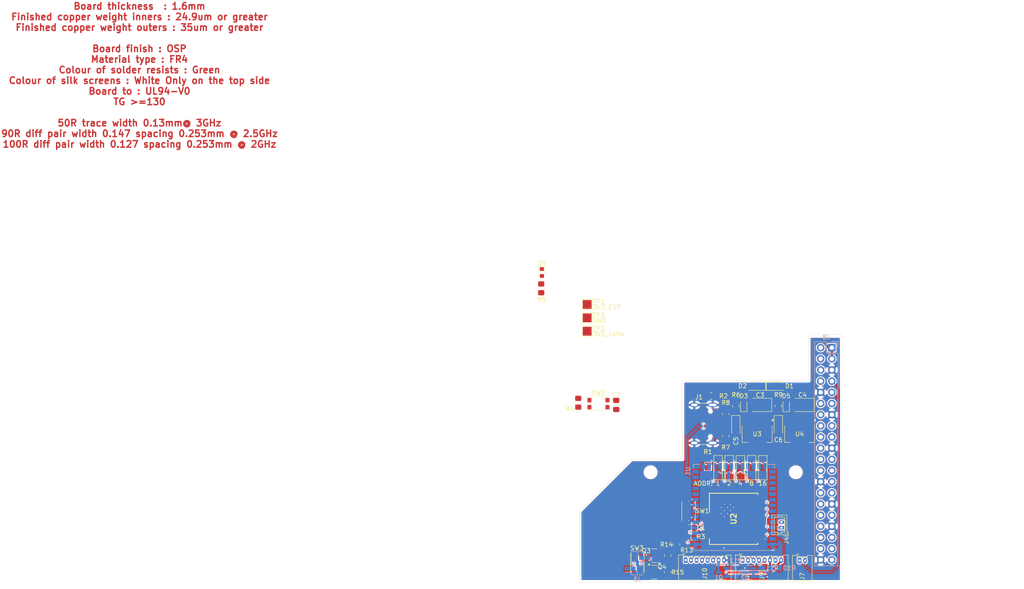
<source format=kicad_pcb>
(kicad_pcb (version 20241229) (generator "pcbnew") (generator_version "9.0")
  (layers (0 "F.Cu" signal) (2 "B.Cu" signal) (13 "F.Paste" user) (15 "B.Paste" user) (5 "F.SilkS" user "F.Silkscreen") (7 "B.SilkS" user "B.Silkscreen") (1 "F.Mask" user) (3 "B.Mask" user) (25 "Edge.Cuts" user))
  (net 0 "")
  (net 1 "GND")
  (net 2 "/VIN")
  (net 5 "/Comm/ENABLE")
  (net 6 "/Comm/BOOT_MODE")
  (net 7 "/+3.3v_ESP")
  (net 8 "/+3.3v_LoRa")
  (net 9 "/+5v_USB")
  (net 11 "/ESP_USB2_N")
  (net 13 "/ESP_USB2_P")
  (net 14 "/GPIO22")
  (net 15 "/GPIO3")
  (net 16 "/GPIO23")
  (net 17 "/GPIO17")
  (net 18 "/GPIO16")
  (net 19 "/GPIO8")
  (net 20 "/GPIO27")
  (net 21 "/GPIO19")
  (net 22 "/GPIO10")
  (net 23 "/GPIO7")
  (net 24 "/GPIO4")
  (net 25 "/GPIO11")
  (net 26 "/GPIO25")
  (net 27 "/GPIO2")
  (net 28 "/GPIO12")
  (net 29 "/GPIO20")
  (net 30 "/GPIO21")
  (net 31 "/GPIO24")
  (net 32 "/GPIO13")
  (net 33 "/GPIO9")
  (net 34 "/GPIO26")
  (net 35 "/GPIO5")
  (net 36 "/GPIO18")
  (net 37 "/GPIO6")
  (net 38 "/Comm/ADDR1")
  (net 39 "/Comm/ADDR_HIGH")
  (net 40 "/Comm/ADDR2")
  (net 41 "/Comm/ADDR4")
  (net 42 "/Comm/ADDR8")
  (net 43 "/Comm/ADDR16")
  (net 46 "/Comm/LORA_SPI_MOSI")
  (net 47 "/Comm/LORA_BUSY")
  (net 50 "/Comm/LORA_SPI_MISO")
  (net 54 "/Comm/LORA_SPI_CLK")
  (net 55 "/Comm/LORA_SPI_CS")
  (net 57 "/Comm/LORA_DIO1")
  (net 61 "/Comm/LORA_RF_SW")
  (net 62 "/Comm/LORA_RESET")
  (net 64 "/+5v_RPi")
  (net 65 "/PSU_VIN")
  (net 66 "Net-(D3-A)")
  (net 67 "Net-(D4-A)")
  (net 68 "Net-(J1-CC1)")
  (net 69 "Net-(J1-CC2)")
  (net 70 "Net-(D5-A)")
  (net 71 "/Comm/LED_ACT")
  (net 74 "/PSU_CTL_EN")
  (net 75 "/GPIO15_UART_RX")
  (net 76 "/GPIO14_UART_TX")
  (net 77 "/VBUS_ESC")
  (net 78 "/Dshot600_M4")
  (net 79 "/Dshot600_M3")
  (net 80 "/Dshot600_R7")
  (net 81 "/Dshot600_CURR")
  (net 82 "/Dshot600_M2")
  (net 83 "/Dshot600_M1")
  (net 84 "/VBUS_FC")
  (net 85 "Net-(Q1-G)")
  (net 86 "Net-(Q2-B)")
  (net 87 "Net-(Q3-C)")
  (net 88 "Net-(Q3-B)")
  (net 89 "/Comm/KILLSWITCH_FC_CTL")
  (net 90 "/Comm/KILLSWITCH_PSU_CTL")
  (net 91 "Net-(J4-Pin_1)")
  (net 92 "Net-(J4-Pin_2)")
  (footprint "Connector_USB:USB_C_Receptacle_GCT_USB4105-xx-A_16P_TopMnt_Horizontal" (layer "F.Cu") (at 173.4894 110.5102 -90)
    (property "Reference" "J1")
    (property "Value" "USB_C_Receptacle_USB2.0")
  )
  (footprint "Resistor_SMD:R_0805_2012Metric_Pad1.20x1.40mm_HandSolder" (layer "F.Cu") (at 168.4094 137.9422 -90)
    (property "Reference" "R13")
    (property "Value" "1K")
  )
  (footprint "Connector_Molex:Molex_PicoBlade_53047-0210_1x02_P1.25mm_Vertical" (layer "F.Cu") (at 192.2324 134.1022 90)
    (property "Reference" "J4")
    (property "Value" "J_ESP_DBG_UART")
  )
  (footprint "Resistor_SMD:R_0805_2012Metric_Pad1.20x1.40mm_HandSolder" (layer "F.Cu") (at 166.3774 140.4322 90)
    (property "Reference" "R14")
    (property "Value" "10K")
  )
  (footprint "Resistor_SMD:R_0805_2012Metric_Pad1.20x1.40mm_HandSolder" (layer "F.Cu") (at 166.3774 144.234 90)
    (property "Reference" "R15")
    (property "Value" "1K")
  )
  (footprint "CM5IO_top:Wio-SX1262" (layer "F.Cu") (at 181.3634 132.1002 90)
    (property "Reference" "U2")
    (property "Value" "Wio-SX1262" (hide yes))
  )
  (footprint "Jumper:SolderJumper-3_P2.0mm_Open_TrianglePad1.0x1.5mm" (layer "F.Cu") (at 182.8874 120.4482 -90)
    (property "Reference" "JP3" (hide yes))
    (property "Value" "ADDR4")
  )
  (footprint "Resistor_SMD:R_0805_2012Metric_Pad1.20x1.40mm_HandSolder" (layer "F.Cu") (at 181.8854 106.4622 90)
    (property "Reference" "R6")
    (property "Value" "1K")
  )
  (footprint "LED_SMD:LED_0603_1608Metric" (layer "F.Cu") (at 193.3154 106.2337 90)
    (property "Reference" "D5")
    (property "Value" "LED Red")
  )
  (footprint "Package_TO_SOT_SMD:SOT-23" (layer "F.Cu") (at 163.3294 144.234)
    (property "Reference" "Q4")
    (property "Value" "AO3401A")
  )
  (footprint "TestPoint:TestPoint_Pad_2.0x2.0mm" (layer "F.Cu") (at 148.0894 86.3802)
    (property "Reference" "TP3")
    (property "Value" "GND")
  )
  (footprint "Resistor_SMD:R_0805_2012Metric_Pad1.20x1.40mm_HandSolder" (layer "F.Cu") (at 179.5854 108.2602 -90)
    (property "Reference" "R8")
    (property "Value" "5.1K 1%")
  )
  (footprint "Connector_Molex:Molex_PicoBlade_53048-0210_1x02_P1.25mm_Horizontal" (layer "F.Cu") (at 196.3464 141.5762)
    (property "Reference" "J7")
    (property "Value" "J_FC_UART")
  )
  (footprint "Resistor_SMD:R_0805_2012Metric_Pad1.20x1.40mm_HandSolder" (layer "F.Cu") (at 146.0574 105.6842 -90)
    (property "Reference" "R4")
    (property "Value" "1K")
  )
  (footprint "Package_TO_SOT_SMD:SOT-23" (layer "F.Cu") (at 163.3294 140.4822 180)
    (property "Reference" "Q3")
    (property "Value" "Q_NPN_BEC")
  )
  (footprint "Diode_SMD:D_SOD-123F" (layer "F.Cu") (at 186.4434 101.8742 180)
    (property "Reference" "D2")
    (property "Value" "MBR1020VL")
  )
  (footprint "Capacitor_Tantalum_SMD:CP_EIA-3216-18_Kemet-A_HandSolder" (layer "F.Cu") (at 181.8854 111.0862 -90)
    (property "Reference" "C5")
    (property "Value" "4.7uF 6.3v")
  )
  (footprint "Resistor_SMD:R_0805_2012Metric_Pad1.20x1.40mm_HandSolder" (layer "F.Cu") (at 171.380506 136.1642)
    (property "Reference" "R3")
    (property "Value" "1K")
  )
  (footprint "Connector_Molex:Molex_PicoBlade_53048-0810_1x08_P1.25mm_Horizontal" (layer "F.Cu") (at 170.4414 141.4982)
    (property "Reference" "J10")
    (property "Value" "J_DShot600_FC")
  )
  (footprint "LED_SMD:LED_0603_1608Metric" (layer "F.Cu") (at 137.7944 76.0642 -90)
    (property "Reference" "D4")
    (property "Value" "LED Green")
  )
  (footprint "Capacitor_Tantalum_SMD:CP_EIA-3528-21_Kemet-B_HandSolder" (layer "F.Cu") (at 187.3839 106.1922 180)
    (property "Reference" "C3")
    (property "Value" "4.7uF 25v")
  )
  (footprint "Capacitor_Tantalum_SMD:CP_EIA-3528-21_Kemet-B_HandSolder" (layer "F.Cu") (at 197.0359 106.1922 180)
    (property "Reference" "C4")
    (property "Value" "4.7uF 25v")
  )
  (footprint "Button_Switch_SMD:SW_Push_1P1T_NO_CK_KMR2" (layer "F.Cu") (at 171.143006 130.3222 90)
    (property "Reference" "SW1")
    (property "Value" "SW_RESET")
  )
  (footprint "Package_TO_SOT_SMD:SOT-223-3_TabPin2" (layer "F.Cu") (at 186.7114 112.7962 -90)
    (property "Reference" "U3")
    (property "Value" "AP7361C-33E")
  )
  (footprint "Jumper:SolderJumper-3_P2.0mm_Open_TrianglePad1.0x1.5mm" (layer "F.Cu") (at 185.4274 120.4482 -90)
    (property "Reference" "JP4" (hide yes))
    (property "Value" "ADDR8")
  )
  (footprint "Resistor_SMD:R_0805_2012Metric_Pad1.20x1.40mm_HandSolder" (layer "F.Cu") (at 179.5854 113.2602 90)
    (property "Reference" "R7")
    (property "Value" "5.1K 1%")
  )
  (footprint "Resistor_SMD:R_0805_2012Metric_Pad1.20x1.40mm_HandSolder" (layer "F.Cu") (at 175.5214 119.4482 90)
    (property "Reference" "R1")
    (property "Value" "1K")
  )
  (footprint "Jumper:SolderJumper-3_P2.0mm_Open_TrianglePad1.0x1.5mm" (layer "F.Cu") (at 187.9674 120.4482 -90)
    (property "Reference" "JP5" (hide yes))
    (property "Value" "ADDR16")
  )
  (footprint "Capacitor_SMD:C_0805_2012Metric_Pad1.18x1.45mm_HandSolder" (layer "F.Cu") (at 154.6934 106.1922 -90)
    (property "Reference" "C2")
    (property "Value" "470nF")
  )
  (footprint "Diode_SMD:D_SOD-123F" (layer "F.Cu") (at 191.0154 101.8742)
    (property "Reference" "D1")
    (property "Value" "MBR1020VL")
  )
  (footprint "Button_Switch_SMD:SW_Push_1P1T_NO_CK_KMR2" (layer "F.Cu") (at 150.6474 105.9002)
    (property "Reference" "SW2")
    (property "Value" "SW_BOOT")
  )
  (footprint "Capacitor_Tantalum_SMD:CP_EIA-3216-18_Kemet-A_HandSolder" (layer "F.Cu") (at 191.5374 111.0862 -90)
    (property "Reference" "C6")
    (property "Value" "4.7uF 6.3v")
  )
  (footprint "Resistor_SMD:R_0805_2012Metric_Pad1.20x1.40mm_HandSolder" (layer "F.Cu") (at 176.2674 104.1602 180)
    (property "Reference" "R2")
    (property "Value" "2.2K 1%")
  )
  (footprint "Package_TO_SOT_SMD:SOT-223-3_TabPin2" (layer "F.Cu") (at 196.3634 112.7962 -90)
    (property "Reference" "U4")
    (property "Value" "AP7361C-33E")
  )
  (footprint "LED_SMD:LED_0603_1608Metric" (layer "F.Cu") (at 183.6634 106.2497 90)
    (property "Reference" "D3")
    (property "Value" "LED Red")
  )
  (footprint "Jumper:SolderJumper-3_P2.0mm_Open_TrianglePad1.0x1.5mm" (layer "F.Cu") (at 177.8074 120.4482 -90)
    (property "Reference" "JP1" (hide yes))
    (property "Value" "ADDR1")
  )
  (footprint "Resistor_SMD:R_0805_2012Metric_Pad1.20x1.40mm_HandSolder" (layer "F.Cu") (at 191.5374 106.4462 90)
    (property "Reference" "R9")
    (property "Value" "1K")
  )
  (footprint "MountingHole:MountingHole_2.7mm_M2.5_DIN965" (layer "F.Cu") (at 162.5 121.5)
    (property "Reference" "H2" (hide yes))
    (property "Value" "MountingHole")
  )
  (footprint "Button_Switch_SMD:SW_Push_1P1T_NO_CK_KMR2" (layer "F.Cu") (at 159.494 142.184 -90)
    (property "Reference" "SW3")
    (property "Value" "FORCE_PWR")
  )
  (footprint "MountingHole:MountingHole_2.7mm_M2.5_DIN965" (layer "F.Cu") (at 195.5 121.5)
    (property "Reference" "H1" (hide yes))
    (property "Value" "MountingHole")
  )
  (footprint "TestPoint:TestPoint_Pad_2.0x2.0mm" (layer "F.Cu") (at 148.0894 89.4282)
    (property "Reference" "TP2")
    (property "Value" "3V3_LORA")
  )
  (footprint "CM5IO:Raspberry-Pi-5-Compute-Module" (layer "F.Cu") (at 195.5 73.5 180)
    (property "Reference" "Module1" (hide yes))
    (property "Value" "ComputeModule5-CM5")
  )
  (footprint "Jumper:SolderJumper-3_P2.0mm_Open_TrianglePad1.0x1.5mm" (layer "F.Cu") (at 180.3474 120.4482 -90)
    (property "Reference" "JP2" (hide yes))
    (property "Value" "ADDR2")
  )
  (footprint "Connector_Molex:Molex_PicoBlade_53048-0810_1x08_P1.25mm_Horizontal" (layer "F.Cu") (at 183.3954 141.4982)
    (property "Reference" "J9")
    (property "Value" "J_DShot600_ESC")
  )
  (footprint "Capacitor_SMD:C_0805_2012Metric_Pad1.18x1.45mm_HandSolder" (layer "F.Cu") (at 171.380506 134.1322)
    (property "Reference" "C1")
    (property "Value" "470nF")
  )
  (footprint "TestPoint:TestPoint_Pad_2.0x2.0mm" (layer "F.Cu") (at 148.0894 83.3322)
    (property "Reference" "TP1")
    (property "Value" "3V3_ESP")
  )
  (footprint "Resistor_SMD:R_0805_2012Metric_Pad1.20x1.40mm_HandSolder" (layer "F.Cu") (at 137.6374 79.6702 90)
    (property "Reference" "R5")
    (property "Value" "1K")
  )
  (footprint "Resistor_SMD:R_0805_2012Metric_Pad1.20x1.40mm_HandSolder" (layer "B.Cu") (at 190.7454 143.2922 180)
    (property "Reference" "R10")
    (property "Value" "1K")
  )
  (footprint "Resistor_SMD:R_0805_2012Metric_Pad1.20x1.40mm_HandSolder" (layer "B.Cu") (at 187.7919 144.2922 -90)
    (property "Reference" "R11")
    (property "Value" "10K")
  )
  (footprint "Connector_PinHeader_2.54mm:PinHeader_1x02_P2.54mm_Vertical_SMD_Pin1Left" (layer "B.Cu") (at 159.494 142.184)
    (property "Reference" "J3")
    (property "Value" "J_PSU_EN")
  )
  (footprint "Connector_PinHeader_2.54mm:PinHeader_2x20_P2.54mm_Vertical" (layer "B.Cu") (at 203.69 93.162 180)
    (property "Reference" "J8")
    (property "Value" "THD-20-R")
  )
  (footprint "Resistor_SMD:R_0805_2012Metric_Pad1.20x1.40mm_HandSolder" (layer "B.Cu") (at 181.8714 144.2922 90)
    (property "Reference" "R12")
    (property "Value" "1K")
  )
  (footprint "RF_Module:ESP32-S3-WROOM-1U" (layer "B.Cu") (at 181.467794 129.5022)
    (property "Reference" "U1")
    (property "Value" "ESP32-S3-WROOM-1")
  )
  (footprint "Package_TO_SOT_SMD:SOT-23" (layer "B.Cu") (at 178.8789 144.2922 180)
    (property "Reference" "Q1")
    (property "Value" "AO3401A")
  )
  (footprint "Package_TO_SOT_SMD:SOT-23" (layer "B.Cu") (at 184.9194 144.2922 180)
    (property "Reference" "Q2")
    (property "Value" "Q_NPN_BEC")
  )
  (gr_poly (pts (xy 205.976 146.5086) (xy 146.285986 146.5086) (xy 146.285991 130.369202) (xy 158.143996 118.5112) (xy 169.6794 118.5112) (xy 169.6794 100.6042) (xy 198.3814 100.6042) (xy 198.3814 90.1902) (xy 205.974822 90.1902)) (stroke (width 0.05)) (fill no) (layer "Edge.Cuts"))
  (gr_text "Board thickness  : 1.6mm\nFinished copper weight inners : 24.9um or greater\nFinished copper weight outers : 35um or greater\n\nBoard finish : OSP\nMaterial type : FR4\nColour of solder resists : Green\nColour of silk screens : White Only on the top side\nBoard to : UL94-V0\nTG >=130\n\n50R trace width 0.13mm@ 3GHz\n90R diff pair width 0.147 spacing 0.253mm @ 2.5GHz\n100R diff pair width 0.127 spacing 0.253mm @ 2GHz" (at 46.337 31.186 0) (layer "F.Cu") (effects (font (size 1.5 1.5) (thickness 0.3))))
  (gr_text "3V3_LoRa\n\n" (at 149.2894 92.2222 0) (layer "F.SilkS") (effects (font (size 1 1)) (justify left bottom)))
  (gr_text "8" (at 185.4374 123.4482 0) (layer "F.SilkS") (effects (font (size 1 1)) (justify top)))
  (gr_text "3V3_ESP\n" (at 149.2894 84.5322 0) (layer "F.SilkS") (effects (font (size 1 1)) (justify left bottom)))
  (gr_text "16" (at 187.9774 123.4482 0) (layer "F.SilkS") (effects (font (size 1 1)) (justify top)))
  (gr_text "1" (at 177.8174 123.4482 0) (layer "F.SilkS") (effects (font (size 1 1)) (justify top)))
  (gr_text "2" (at 180.3574 123.4482 0) (layer "F.SilkS") (effects (font (size 1 1)) (justify top)))
  (gr_text "ADDR:" (at 172.2194 123.4642 0) (layer "F.SilkS") (effects (font (size 1 1)) (justify left top)))
  (gr_text "GND" (at 149.2894 87.5802 0) (layer "F.SilkS") (effects (font (size 1 1)) (justify left bottom)))
  (gr_text "4" (at 182.8974 123.4482 0) (layer "F.SilkS") (effects (font (size 1 1)) (justify top)))
  (segment (start 196.3634 107.1472) (end 195.4084 106.1922) (width 0.5) (layer "F.Cu") (net 1))
  (segment (start 186.7114 109.6462) (end 186.7114 107.1472) (width 0.5) (layer "F.Cu") (net 1))
  (segment (start 186.7114 107.1472) (end 185.7564 106.1922) (width 0.5) (layer "F.Cu") (net 1))
  (segment (start 193.3154 107.0212) (end 194.5794 107.0212) (width 0.5) (layer "F.Cu") (net 1))
  (segment (start 196.3634 109.6462) (end 196.3634 107.1472) (width 0.5) (layer "F.Cu") (net 1))
  (segment (start 194.5794 107.0212) (end 195.4084 106.1922) (width 0.5) (layer "F.Cu") (net 1))
  (segment (start 185.4194 107.0372) (end 185.7564 106.7002) (width 0.5) (layer "F.Cu") (net 1))
  (segment (start 184.9114 107.0372) (end 185.7564 106.1922) (width 0.5) (layer "F.Cu") (net 1))
  (segment (start 183.6634 107.0372) (end 184.9114 107.0372) (width 0.5) (layer "F.Cu") (net 1))
  (via (at 183.9034 143.2762) (size 0.45) (drill 0.3) (layers "F.Cu" "B.Cu") (net 1))
  (via (at 190.2534 139.2122) (size 0.45) (drill 0.3) (layers "F.Cu" "B.Cu") (net 1))
  (via (at 179.1914 138.7042) (size 0.45) (drill 0.3) (layers "F.Cu" "B.Cu") (net 1))
  (via (at 184.6654 145.2422) (size 0.45) (drill 0.3) (layers "F.Cu" "B.Cu") (net 1))
  (via (at 188.9834 145.2922) (size 0.45) (drill 0.3) (layers "F.Cu" "B.Cu") (net 1))
  (segment (start 189.6454 141.4982) (end 189.6454 139.8202) (width 0.5) (layer "B.Cu") (net 1))
  (segment (start 179.1914 141.4982) (end 179.1914 138.7042) (width 0.5) (layer "B.Cu") (net 1))
  (segment (start 189.6454 139.8202) (end 190.2534 139.2122) (width 0.5) (layer "B.Cu") (net 1))
  (segment (start 189.0114 106.1922) (end 189.0114 104.3862) (width 0.5) (layer "F.Cu") (net 2))
  (segment (start 189.6154 103.7822) (end 189.4914 103.9062) (width 0.5) (layer "F.Cu") (net 2))
  (segment (start 189.4914 103.9062) (end 198.1274 103.9062) (width 0.5) (layer "F.Cu") (net 2))
  (segment (start 198.1274 103.9062) (end 198.6634 104.4422) (width 0.5) (layer "F.Cu") (net 2))
  (segment (start 187.8434 101.8742) (end 189.6154 101.8742) (width 0.5) (layer "F.Cu") (net 2))
  (segment (start 189.0114 106.7002) (end 189.0114 109.6462) (width 0.5) (layer "F.Cu") (net 2))
  (segment (start 189.6154 101.8742) (end 189.6154 103.7822) (width 0.5) (layer "F.Cu") (net 2))
  (segment (start 198.6634 106.7002) (end 198.6634 109.6462) (width 0.5) (layer "F.Cu") (net 2))
  (segment (start 189.0114 104.3862) (end 189.4914 103.9062) (width 0.5) (layer "F.Cu") (net 2))
  (segment (start 198.6634 104.4422) (end 198.6634 106.1922) (width 0.5) (layer "F.Cu") (net 2))
  (segment (start 172.418006 134.1322) (end 172.418006 135.1482) (width 0.13) (layer "F.Cu") (net 5))
  (segment (start 172.517794 129.620594) (end 172.4574 129.5602) (width 0.13) (layer "F.Cu") (net 5))
  (segment (start 172.418006 135.1482) (end 172.418006 136.1267) (width 0.13) (layer "F.Cu") (net 5))
  (segment (start 172.418006 136.1267) (end 172.380506 136.1642) (width 0.13) (layer "F.Cu") (net 5))
  (segment (start 172.418006 132.8472) (end 171.943006 132.3722) (width 0.13) (layer "F.Cu") (net 5))
  (segment (start 171.4574 135.1482) (end 172.418006 135.1482) (width 0.15) (layer "F.Cu") (net 5))
  (segment (start 172.418006 134.1322) (end 172.418006 132.8472) (width 0.13) (layer "F.Cu") (net 5))
  (via (at 171.4574 135.1482) (size 0.45) (drill 0.3) (layers "F.Cu" "B.Cu") (net 5))
  (segment (start 172.717794 135.3722) (end 172.493794 135.1482) (width 0.15) (layer "B.Cu") (net 5))
  (segment (start 172.493794 135.1482) (end 171.4574 135.1482) (width 0.15) (layer "B.Cu") (net 5))
  (segment (start 181.8854 109.6462) (end 181.8854 107.4622) (width 0.5) (layer "F.Cu") (net 7))
  (segment (start 184.4114 109.6462) (end 181.8854 109.6462) (width 0.5) (layer "F.Cu") (net 7))
  (segment (start 170.380506 136.865306) (end 170.9494 137.4342) (width 0.15) (layer "F.Cu") (net 7))
  (segment (start 170.380506 136.1642) (end 170.380506 136.865306) (width 0.15) (layer "F.Cu") (net 7))
  (via (at 170.9494 137.4342) (size 0.45) (drill 0.3) (layers "F.Cu" "B.Cu") (net 7))
  (segment (start 171.7414 136.6422) (end 172.717794 136.6422) (width 0.15) (layer "B.Cu") (net 7))
  (segment (start 170.9494 137.4342) (end 171.7414 136.6422) (width 0.15) (layer "B.Cu") (net 7))
  (segment (start 191.5374 109.6462) (end 194.0634 109.6462) (width 0.5) (layer "F.Cu") (net 8))
  (segment (start 191.5374 109.6462) (end 191.5374 107.4462) (width 0.5) (layer "F.Cu") (net 8))
  (segment (start 185.0434 101.8742) (end 181.1094 101.8742) (width 0.5) (layer "F.Cu") (net 9))
  (segment (start 178.3154 104.6682) (end 177.8074 104.1602) (width 0.5) (layer "F.Cu") (net 9))
  (segment (start 177.1694 108.1102) (end 177.7985 108.1102) (width 0.5) (layer "F.Cu") (net 9))
  (segment (start 177.8074 104.1602) (end 177.2674 104.1602) (width 0.5) (layer "F.Cu") (net 9))
  (segment (start 178.3154 107.5933) (end 178.3154 104.6682) (width 0.5) (layer "F.Cu") (net 9))
  (segment (start 181.1094 101.8742) (end 178.3154 104.6682) (width 0.5) (layer "F.Cu") (net 9))
  (segment (start 177.7985 108.1102) (end 178.3154 107.5933) (width 0.5) (layer "F.Cu") (net 9))
  (segment (start 176.231599 110.8355) (end 176.306899 110.7602) (width 0.2477) (layer "F.Cu") (net 11))
  (segment (start 176.0374 110.8355) (end 176.231599 110.8355) (width 0.2477) (layer "F.Cu") (net 11))
  (segment (start 174.7307 110.8435) (end 176.0294 110.8435) (width 0.2477) (layer "F.Cu") (net 11))
  (segment (start 176.36785 109.986751) (end 176.594401 109.7602) (width 0.2477) (layer "F.Cu") (net 11))
  (segment (start 177.1694 110.7602) (end 176.594401 110.7602) (width 0.2477) (layer "F.Cu") (net 11))
  (segment (start 174.5054 110.6182) (end 174.7307 110.8435) (width 0.2477) (layer "F.Cu") (net 11))
  (segment (start 176.0294 110.8435) (end 176.0374 110.8355) (width 0.2477) (layer "F.Cu") (net 11))
  (segment (start 176.36785 110.533649) (end 176.36785 109.986751) (width 0.2477) (layer "F.Cu") (net 11))
  (segment (start 176.306899 110.7602) (end 177.1694 110.7602) (width 0.2477) (layer "F.Cu") (net 11))
  (segment (start 176.594401 109.7602) (end 177.1694 109.7602) (width 0.2477) (layer "F.Cu") (net 11))
  (segment (start 176.594401 110.7602) (end 176.36785 110.533649) (width 0.2477) (layer "F.Cu") (net 11))
  (via (at 174.5054 110.6182) (size 0.45) (drill 0.3) (layers "F.Cu" "B.Cu") (net 11))
  (segment (start 171.228036 122.2119) (end 170.5207 121.504564) (width 0.2477) (layer "B.Cu") (net 11))
  (segment (start 172.417794 122.6722) (end 171.957494 122.2119) (width 0.2477) (layer "B.Cu") (net 11))
  (segment (start 172.717794 122.6722) (end 172.417794 122.6722) (width 0.2477) (layer "B.Cu") (net 11))
  (segment (start 173.417037 110.843499) (end 174.280101 110.843499) (width 0.2477) (layer "B.Cu") (net 11))
  (segment (start 170.5207 113.739836) (end 173.417037 110.843499) (width 0.2477) (layer "B.Cu") (net 11))
  (segment (start 171.957494 122.2119) (end 171.228036 122.2119) (width 0.2477) (layer "B.Cu") (net 11))
  (segment (start 170.5207 121.504564) (end 170.5207 113.739836) (width 0.2477) (layer "B.Cu") (net 11))
  (segment (start 174.280101 110.843499) (end 174.5054 110.6182) (width 0.2477) (layer "B.Cu") (net 11))
  (segment (start 176.171108 111.1849) (end 176.231599 111.1849) (width 0.2477) (layer "F.Cu") (net 13))
  (segment (start 176.306899 111.2602) (end 177.1694 111.2602) (width 0.2477) (layer "F.Cu") (net 13))
  (segment (start 176.231599 111.1849) (end 176.306899 111.2602) (width 0.2477) (layer "F.Cu") (net 13))
  (segment (start 177.97095 110.962186) (end 177.97095 110.486751) (width 0.2477) (layer "F.Cu") (net 13))
  (segment (start 177.97095 110.486751) (end 177.744399 110.2602) (width 0.2477) (layer "F.Cu") (net 13))
  (segment (start 174.7307 111.1929) (end 176.163108 111.1929) (width 0.2477) (layer "F.Cu") (net 13))
  (segment (start 176.163108 111.1929) (end 176.171108 111.1849) (width 0.2477) (layer "F.Cu") (net 13))
  (segment (start 177.672936 111.2602) (end 177.97095 110.962186) (width 0.2477) (layer "F.Cu") (net 13))
  (segment (start 177.1694 111.2602) (end 177.672936 111.2602) (width 0.2477) (layer "F.Cu") (net 13))
  (segment (start 174.5054 111.4182) (end 174.7307 111.1929) (width 0.2477) (layer "F.Cu") (net 13))
  (segment (start 177.744399 110.2602) (end 177.1694 110.2602) (width 0.2477) (layer "F.Cu") (net 13))
  (via (at 174.5054 111.4182) (size 0.45) (drill 0.3) (layers "F.Cu" "B.Cu") (net 13))
  (segment (start 172.417794 121.4022) (end 171.957494 121.8625) (width 0.2477) (layer "B.Cu") (net 13))
  (segment (start 171.957494 121.8625) (end 171.372764 121.8625) (width 0.2477) (layer "B.Cu") (net 13))
  (segment (start 174.280101 111.192901) (end 174.5054 111.4182) (width 0.2477) (layer "B.Cu") (net 13))
  (segment (start 172.717794 121.4022) (end 172.417794 121.4022) (width 0.2477) (layer "B.Cu") (net 13))
  (segment (start 170.8701 113.884564) (end 173.561763 111.192901) (width 0.2477) (layer "B.Cu") (net 13))
  (segment (start 173.561763 111.192901) (end 174.280101 111.192901) (width 0.2477) (layer "B.Cu") (net 13))
  (segment (start 170.8701 121.359836) (end 170.8701 113.884564) (width 0.2477) (layer "B.Cu") (net 13))
  (segment (start 171.372764 121.8625) (end 170.8701 121.359836) (width 0.2477) (layer "B.Cu") (net 13))
  (segment (start 176.6254 123.2982) (end 176.7914 123.4642) (width 0.13) (layer "F.Cu") (net 38))
  (segment (start 177.8074 120.4482) (end 176.6254 121.6302) (width 0.13) (layer "F.Cu") (net 38))
  (segment (start 176.6254 121.6302) (end 176.6254 123.2982) (width 0.13) (layer "F.Cu") (net 38))
  (via (at 176.7914 123.4642) (size 0.45) (drill 0.3) (layers "F.Cu" "B.Cu") (net 38))
  (segment (start 177.8074 123.4642) (end 176.7914 123.4642) (width 0.13) (layer "B.Cu") (net 38))
  (segment (start 178.292794 122.978806) (end 177.8074 123.4642) (width 0.13) (layer "B.Cu") (net 38))
  (segment (start 178.292794 120.1522) (end 178.292794 122.978806) (width 0.13) (layer "B.Cu") (net 38))
  (segment (start 175.5214 118.4482) (end 187.9674 118.4482) (width 0.13) (layer "F.Cu") (net 39))
  (segment (start 179.289237 121.506363) (end 179.289237 123.422037) (width 0.13) (layer "F.Cu") (net 40))
  (segment (start 179.289237 123.422037) (end 179.3314 123.4642) (width 0.13) (layer "F.Cu") (net 40))
  (segment (start 180.3474 120.4482) (end 179.289237 121.506363) (width 0.13) (layer "F.Cu") (net 40))
  (via (at 179.3314 123.4642) (size 0.45) (drill 0.3) (layers "F.Cu" "B.Cu") (net 40))
  (segment (start 179.562794 123.232806) (end 179.3314 123.4642) (width 0.13) (layer "B.Cu") (net 40))
  (segment (start 179.562794 120.1522) (end 179.562794 123.232806) (width 0.13) (layer "B.Cu") (net 40))
  (segment (start 181.8314 123.4242) (end 181.8714 123.4642) (width 0.13) (layer "F.Cu") (net 41))
  (segment (start 182.8874 120.4482) (end 181.8314 121.5042) (width 0.13) (layer "F.Cu") (net 41))
  (segment (start 181.8314 121.5042) (end 181.8314 123.4242) (width 0.13) (layer "F.Cu") (net 41))
  (via (at 181.8714 123.4642) (size 0.45) (drill 0.3) (layers "F.Cu" "B.Cu") (net 41))
  (segment (start 180.832794 120.1522) (end 180.832794 122.933594) (width 0.13) (layer "B.Cu") (net 41))
  (segment (start 180.832794 122.933594) (end 181.3634 123.4642) (width 0.13) (layer "B.Cu") (net 41))
  (segment (start 181.3634 123.4642) (end 181.8714 123.4642) (width 0.13) (layer "B.Cu") (net 41))
  (segment (start 184.3714 121.5042) (end 184.3714 123.4242) (width 0.13) (layer "F.Cu") (net 42))
  (segment (start 185.4274 120.4482) (end 184.3714 121.5042) (width 0.13) (layer "F.Cu") (net 42))
  (segment (start 184.3714 123.4242) (end 184.4114 123.4642) (width 0.13) (layer "F.Cu") (net 42))
  (via (at 184.4114 123.4642) (size 0.45) (drill 0.3) (layers "F.Cu" "B.Cu") (net 42))
  (segment (start 183.1414 123.4642) (end 184.4114 123.4642) (width 0.13) (layer "B.Cu") (net 42))
  (segment (start 182.102794 120.1522) (end 182.102794 122.425594) (width 0.13) (layer "B.Cu") (net 42))
  (segment (start 182.102794 122.425594) (end 183.1414 123.4642) (width 0.13) (layer "B.Cu") (net 42))
  (segment (start 187.9674 120.4482) (end 186.9114 121.5042) (width 0.13) (layer "F.Cu") (net 43))
  (segment (start 186.9114 121.5042) (end 186.9114 123.4242) (width 0.13) (layer "F.Cu") (net 43))
  (segment (start 186.9114 123.4242) (end 186.9514 123.4642) (width 0.13) (layer "F.Cu") (net 43))
  (via (at 186.9514 123.4642) (size 0.45) (drill 0.3) (layers "F.Cu" "B.Cu") (net 43))
  (segment (start 185.4274 123.4642) (end 186.9514 123.4642) (width 0.13) (layer "B.Cu") (net 43))
  (segment (start 183.372794 121.409594) (end 185.4274 123.4642) (width 0.13) (layer "B.Cu") (net 43))
  (segment (start 183.372794 120.1522) (end 183.372794 121.409594) (width 0.13) (layer "B.Cu") (net 43))
  (segment (start 187.7584 134.0502) (end 188.6924 133.1162) (width 0.13) (layer "F.Cu") (net 46))
  (segment (start 188.734457 131.4992) (end 188.735871 131.4992) (width 0.13) (layer "F.Cu") (net 46))
  (segment (start 188.6924 131.541257) (end 188.734457 131.4992) (width 0.13) (layer "F.Cu") (net 46))
  (segment (start 186.8634 134.0502) (end 187.7584 134.0502) (width 0.13) (layer "F.Cu") (net 46))
  (segment (start 188.6924 133.1162) (end 188.6924 131.541257) (width 0.13) (layer "F.Cu") (net 46))
  (segment (start 188.735871 131.4992) (end 188.951953 131.283118) (width 0.13) (layer "F.Cu") (net 46))
  (via (at 188.951953 131.283118) (size 0.45) (drill 0.3) (layers "F.Cu" "B.Cu") (net 46))
  (segment (start 188.951953 131.283118) (end 188.951953 131.026041) (width 0.13) (layer "B.Cu") (net 46))
  (segment (start 189.685794 130.2922) (end 190.217794 130.2922) (width 0.13) (layer "B.Cu") (net 46))
  (segment (start 188.951953 131.026041) (end 189.685794 130.2922) (width 0.13) (layer "B.Cu") (net 46))
  (segment (start 175.8634 134.0502) (end 174.9314 134.0502) (width 0.13) (layer "F.Cu") (net 47))
  (segment (start 174.9314 134.0502) (end 173.9974 133.1162) (width 0.13) (layer "F.Cu") (net 47))
  (via (at 173.9974 133.1162) (size 0.45) (drill 0.3) (layers "F.Cu" "B.Cu") (net 47))
  (segment (start 172.717794 132.8322) (end 173.7134 132.8322) (width 0.13) (layer "B.Cu") (net 47))
  (segment (start 173.7134 132.8322) (end 173.9974 133.1162) (width 0.13) (layer "B.Cu") (net 47))
  (segment (start 188.9834 134.0002) (end 187.6634 135.3202) (width 0.13) (layer "F.Cu") (net 50))
  (segment (start 188.9834 133.8782) (end 188.9834 134.0002) (width 0.13) (layer "F.Cu") (net 50))
  (segment (start 187.6634 135.3202) (end 186.8634 135.3202) (width 0.13) (layer "F.Cu") (net 50))
  (via (at 188.9834 133.8782) (size 0.45) (drill 0.3) (layers "F.Cu" "B.Cu") (net 50))
  (segment (start 188.9834 132.1002) (end 189.5214 131.5622) (width 0.13) (layer "B.Cu") (net 50))
  (segment (start 188.9834 133.8782) (end 188.9834 132.1002) (width 0.13) (layer "B.Cu") (net 50))
  (segment (start 189.5214 131.5622) (end 190.217794 131.5622) (width 0.13) (layer "B.Cu") (net 50))
  (segment (start 188.2644 131.0412) (end 188.2644 132.1792) (width 0.13) (layer "F.Cu") (net 54))
  (segment (start 187.6634 132.7802) (end 186.8634 132.7802) (width 0.13) (layer "F.Cu") (net 54))
  (segment (start 188.924028 130.381572) (end 188.2644 131.0412) (width 0.13) (layer "F.Cu") (net 54))
  (segment (start 188.2644 132.1792) (end 187.6634 132.7802) (width 0.13) (layer "F.Cu") (net 54))
  (segment (start 188.924028 129.8142) (end 188.924028 130.381572) (width 0.13) (layer "F.Cu") (net 54))
  (via (at 188.924028 129.8142) (size 0.45) (drill 0.3) (layers "F.Cu" "B.Cu") (net 54))
  (segment (start 188.924028 129.8142) (end 188.924028 129.783966) (width 0.13) (layer "B.Cu") (net 54))
  (segment (start 188.924028 129.783966) (end 189.685794 129.0222) (width 0.13) (layer "B.Cu") (net 54))
  (segment (start 189.685794 129.0222) (end 190.217794 129.0222) (width 0.13) (layer "B.Cu") (net 54))
  (segment (start 186.8634 130.2402) (end 187.5414 130.2402) (width 0.13) (layer "F.Cu") (net 55))
  (segment (start 188.9834 128.7982) (end 188.9834 128.2902) (width 0.13) (layer "F.Cu") (net 55))
  (segment (start 187.5414 130.2402) (end 188.9834 128.7982) (width 0.13) (layer "F.Cu") (net 55))
  (via (at 188.9834 128.2902) (size 0.45) (drill 0.3) (layers "F.Cu" "B.Cu") (net 55))
  (segment (start 189.5214 127.7522) (end 190.217794 127.7522) (width 0.13) (layer "B.Cu") (net 55))
  (segment (start 188.9834 128.2902) (end 189.5214 127.7522) (width 0.13) (layer "B.Cu") (net 55))
  (segment (start 173.9974 134.3862) (end 174.9314 135.3202) (width 0.13) (layer "F.Cu") (net 57))
  (segment (start 174.9314 135.3202) (end 175.8634 135.3202) (width 0.13) (layer "F.Cu") (net 57))
  (via (at 173.9974 134.3862) (size 0.45) (drill 0.3) (layers "F.Cu" "B.Cu") (net 57))
  (segment (start 173.7134 134.1022) (end 173.9974 134.3862) (width 0.13) (layer "B.Cu") (net 57))
  (segment (start 172.717794 134.1022) (end 173.7134 134.1022) (width 0.13) (layer "B.Cu") (net 57))
  (segment (start 188.0494 136.5902) (end 188.9834 135.6562) (width 0.13) (layer "F.Cu") (net 61))
  (segment (start 186.8634 136.5902) (end 188.0494 136.5902) (width 0.13) (layer "F.Cu") (net 61))
  (via (at 188.9834 135.6562) (size 0.45) (drill 0.3) (layers "F.Cu" "B.Cu") (net 61))
  (segment (start 189.2674 135.3722) (end 190.217794 135.3722) (width 0.13) (layer "B.Cu") (net 61))
  (segment (start 188.9834 135.6562) (end 189.2674 135.3722) (width 0.13) (layer "B.Cu") (net 61))
  (segment (start 199.6514 92.820708) (end 200.611108 91.861) (width 0.5) (layer "F.Cu") (net 64))
  (segment (start 200.611108 91.861) (end 201.688892 91.861) (width 0.5) (layer "F.Cu") (net 64))
  (segment (start 199.6514 100.8582) (end 199.6514 92.820708) (width 0.5) (layer "F.Cu") (net 64))
  (segment (start 203.69 94.5082) (end 203.69 95.702) (width 0.5) (layer "F.Cu") (net 64))
  (segment (start 203.69 93.162) (end 203.69 94.5082) (width 0.5) (layer "F.Cu") (net 64))
  (segment (start 203.69 93.862108) (end 203.69 94.5082) (width 0.5) (layer "F.Cu") (net 64))
  (segment (start 192.4154 101.8742) (end 198.6354 101.8742) (width 0.5) (layer "F.Cu") (net 64))
  (segment (start 201.688892 91.861) (end 203.69 93.862108) (width 0.5) (layer "F.Cu") (net 64))
  (segment (start 198.6354 101.8742) (end 199.6514 100.8582) (width 0.5) (layer "F.Cu") (net 64))
  (segment (start 162.3919 145.184) (end 166.3274 145.184) (width 0.13) (layer "F.Cu") (net 65))
  (segment (start 159.644 145.184) (end 158.694 144.234) (width 0.13) (layer "F.Cu") (net 65))
  (segment (start 158.694 140.134) (end 158.694 142.2602) (width 0.13) (layer "F.Cu") (net 65))
  (segment (start 166.3274 145.184) (end 166.3774 145.234) (width 0.13) (layer "F.Cu") (net 65))
  (segment (start 158.694 142.2602) (end 158.694 144.234) (width 0.13) (layer "F.Cu") (net 65))
  (segment (start 162.3919 145.184) (end 159.644 145.184) (width 0.13) (layer "F.Cu") (net 65))
  (via (at 158.694 142.2602) (size 0.45) (drill 0.3) (layers "F.Cu" "B.Cu") (net 65))
  (segment (start 157.839 143.454) (end 157.839 143.1152) (width 0.13) (layer "B.Cu") (net 65))
  (segment (start 157.839 143.1152) (end 158.694 142.2602) (width 0.13) (layer "B.Cu") (net 65))
  (segment (start 181.8854 105.4622) (end 183.6634 105.4622) (width 0.13) (layer "F.Cu") (net 66))
  (segment (start 177.1694 109.2602) (end 179.5854 109.2602) (width 0.13) (layer "F.Cu") (net 68))
  (segment (start 177.1694 112.2602) (end 179.5854 112.2602) (width 0.13) (layer "F.Cu") (net 69))
  (segment (start 191.5374 105.4462) (end 193.3154 105.4462) (width 0.13) (layer "F.Cu") (net 70))
  (segment (start 160.294 144.234) (end 164.2669 144.234) (width 0.13) (layer "F.Cu") (net 74))
  (segment (start 160.294 140.134) (end 160.294 142.2602) (width 0.13) (layer "F.Cu") (net 74))
  (segment (start 160.294 142.2602) (end 160.294 144.234) (width 0.13) (layer "F.Cu") (net 74))
  (via (at 160.294 142.2602) (size 0.45) (drill 0.3) (layers "F.Cu" "B.Cu") (net 74))
  (segment (start 161.149 140.914) (end 161.149 141.4052) (width 0.13) (layer "B.Cu") (net 74))
  (segment (start 161.149 141.4052) (end 160.294 142.2602) (width 0.13) (layer "B.Cu") (net 74))
  (segment (start 205.2724 104.9044) (end 203.69 103.322) (width 0.13) (layer "B.Cu") (net 75))
  (segment (start 205.2724 142.5142) (end 205.2724 104.9044) (width 0.13) (layer "B.Cu") (net 75))
  (segment (start 199.1764 144.0712) (end 203.7154 144.0712) (width 0.13) (layer "B.Cu") (net 75))
  (segment (start 197.5964 141.5762) (end 197.5964 142.4912) (width 0.13) (layer "B.Cu") (net 75))
  (segment (start 197.5964 142.4912) (end 199.1764 144.0712) (width 0.13) (layer "B.Cu") (net 75))
  (segment (start 203.7154 144.0712) (end 205.2724 142.5142) (width 0.13) (layer "B.Cu") (net 75))
  (segment (start 199.062402 144.2922) (end 196.3464 141.5762) (width 0.13) (layer "B.Cu") (net 76))
  (segment (start 203.69 100.782) (end 205.4934 102.5854) (width 0.13) (layer "B.Cu") (net 76))
  (segment (start 205.4934 102.5854) (end 205.4934 142.605742) (width 0.13) (layer "B.Cu") (net 76))
  (segment (start 205.4934 142.605742) (end 203.806942 144.2922) (width 0.13) (layer "B.Cu") (net 76))
  (segment (start 203.806942 144.2922) (end 199.062402 144.2922) (width 0.13) (layer "B.Cu") (net 76))
  (segment (start 189.6014 144.2922) (end 192.1454 141.7482) (width 0.5) (layer "F.Cu") (net 77))
  (segment (start 192.1454 141.7482) (end 192.1454 141.4982) (width 0.5) (layer "F.Cu") (net 77))
  (segment (start 179.8164 144.2922) (end 189.6014 144.2922) (width 0.5) (layer "F.Cu") (net 77))
  (via (at 179.8164 144.2922) (size 0.45) (drill 0.3) (layers "F.Cu" "B.Cu") (net 77))
  (segment (start 181.8214 145.2422) (end 181.8714 145.2922) (width 0.5) (layer "B.Cu") (net 77))
  (segment (start 179.8164 145.2422) (end 181.8214 145.2422) (width 0.5) (layer "B.Cu") (net 77))
  (segment (start 179.8394 145.2192) (end 179.8164 145.1962) (width 0.5) (layer "B.Cu") (net 77))
  (segment (start 179.8164 145.2422) (end 179.8164 144.2922) (width 0.5) (layer "B.Cu") (net 77))
  (segment (start 177.9614 140.2282) (end 182.1254 140.2282) (width 0.13) (layer "F.Cu") (net 78))
  (segment (start 182.1254 140.2282) (end 183.3954 141.4982) (width 0.13) (layer "F.Cu") (net 78))
  (segment (start 176.6914 141.4982) (end 177.9614 140.2282) (width 0.13) (layer "F.Cu") (net 78))
  (segment (start 184.6454 141.4982) (end 184.6454 141.2482) (width 0.13) (layer "F.Cu") (net 79))
  (segment (start 176.9324 140.0072) (end 175.4414 141.4982) (width 0.13) (layer "F.Cu") (net 79))
  (segment (start 183.4044 140.0072) (end 176.9324 140.0072) (width 0.13) (layer "F.Cu") (net 79))
  (segment (start 184.6454 141.2482) (end 183.4044 140.0072) (width 0.13) (layer "F.Cu") (net 79))
  (segment (start 171.6914 141.4982) (end 173.9774 139.2122) (width 0.13) (layer "F.Cu") (net 80))
  (segment (start 173.9774 139.2122) (end 188.6094 139.2122) (width 0.13) (layer "F.Cu") (net 80))
  (segment (start 188.6094 139.2122) (end 190.8954 141.4982) (width 0.13) (layer "F.Cu") (net 80))
  (segment (start 187.4794 142.4142) (end 188.3954 141.4982) (width 0.13) (layer "F.Cu") (net 81))
  (segment (start 171.3574 142.4142) (end 187.4794 142.4142) (width 0.13) (layer "F.Cu") (net 81))
  (segment (start 170.4414 141.4982) (end 171.3574 142.4142) (width 0.13) (layer "F.Cu") (net 81))
  (segment (start 175.9034 139.7862) (end 184.1834 139.7862) (width 0.13) (layer "F.Cu") (net 82))
  (segment (start 174.1914 141.4982) (end 175.9034 139.7862) (width 0.13) (layer "F.Cu") (net 82))
  (segment (start 184.1834 139.7862) (end 185.8954 141.4982) (width 0.13) (layer "F.Cu") (net 82))
  (segment (start 185.2124 139.5652) (end 187.1454 141.4982) (width 0.13) (layer "F.Cu") (net 83))
  (segment (start 174.8744 139.5652) (end 185.2124 139.5652) (width 0.13) (layer "F.Cu") (net 83))
  (segment (start 172.9414 141.4982) (end 174.8744 139.5652) (width 0.13) (layer "F.Cu") (net 83))
  (segment (start 177.9414 144.2922) (end 177.9414 141.4982) (width 0.5) (layer "B.Cu") (net 84))
  (segment (start 181.8214 143.3422) (end 181.8714 143.2922) (width 0.13) (layer "B.Cu") (net 85))
  (segment (start 183.9819 144.2922) (end 182.8714 144.2922) (width 0.13) (layer "B.Cu") (net 85))
  (segment (start 179.8164 143.3422) (end 181.8214 143.3422) (width 0.13) (layer "B.Cu") (net 85))
  (segment (start 182.8714 144.2922) (end 181.8714 143.2922) (width 0.13) (layer "B.Cu") (net 85))
  (segment (start 187.7919 143.2922) (end 189.7454 143.2922) (width 0.13) (layer "B.Cu") (net 86))
  (segment (start 187.7419 143.3422) (end 187.7919 143.2922) (width 0.13) (layer "B.Cu") (net 86))
  (segment (start 185.8569 143.3422) (end 187.7419 143.3422) (width 0.13) (layer "B.Cu") (net 86))
  (segment (start 162.3919 143.284) (end 166.3274 143.284) (width 0.13) (layer "F.Cu") (net 87))
  (segment (start 166.3274 143.284) (end 166.3774 143.234) (width 0.13) (layer "F.Cu") (net 87))
  (segment (start 162.3919 140.7362) (end 162.3919 143.284) (width 0.13) (layer "F.Cu") (net 87))
  (segment (start 166.3774 141.4322) (end 164.2669 141.4322) (width 0.13) (layer "F.Cu") (net 88))
  (segment (start 168.4414 140.4502) (end 168.4414 138.9422) (width 0.13) (layer "F.Cu") (net 88))
  (segment (start 167.4594 141.4322) (end 168.4414 140.4502) (width 0.13) (layer "F.Cu") (net 88))
  (segment (start 166.3774 141.4322) (end 167.4594 141.4322) (width 0.13) (layer "F.Cu") (net 88))
  (segment (start 192.8114 142.2262) (end 191.7454 143.2922) (width 0.13) (layer "B.Cu") (net 89))
  (segment (start 190.217794 136.6422) (end 192.0014 136.6422) (width 0.13) (layer "B.Cu") (net 89))
  (segment (start 192.8114 137.4522) (end 192.8114 142.2262) (width 0.13) (layer "B.Cu") (net 89))
  (segment (start 192.0014 136.6422) (end 192.8114 137.4522) (width 0.13) (layer "B.Cu") (net 89))
  (segment (start 192.2324 134.1022) (end 190.217794 134.1022) (width 0.13) (layer "B.Cu") (net 91))
  (segment (start 190.237794 132.8522) (end 190.217794 132.8322) (width 0.13) (layer "B.Cu") (net 92))
  (segment (start 192.2324 132.8522) (end 190.237794 132.8522) (width 0.13) (layer "B.Cu") (net 92))
  (zone (net 1) (net_name "GND") (layers "F.Cu" "B.Cu") (connect_pads (clearance 0.25)) (min_thickness 0.25) (fill yes (thermal_gap 0.5) (thermal_bridge_width 0.5))
    (polygon (pts (xy 169.9334 118.7652) (xy 158.33282 118.7652) (xy 146.5654 130.627284) (xy 146.5654 146.3242) (xy 205.7474 146.3242) (xy 205.7474 90.9522) (xy 169.9334 90.9522)))
  )
)
</source>
